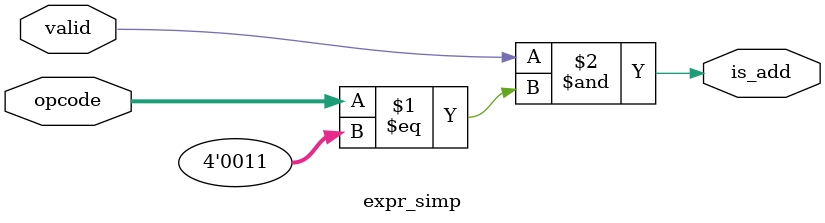
<source format=sv>
module expr_simp (
    input  logic        valid,
    input  logic [3:0]  opcode,
    output logic        is_add
);

    assign is_add   = valid & (opcode == 4'b0011);
endmodule

</source>
